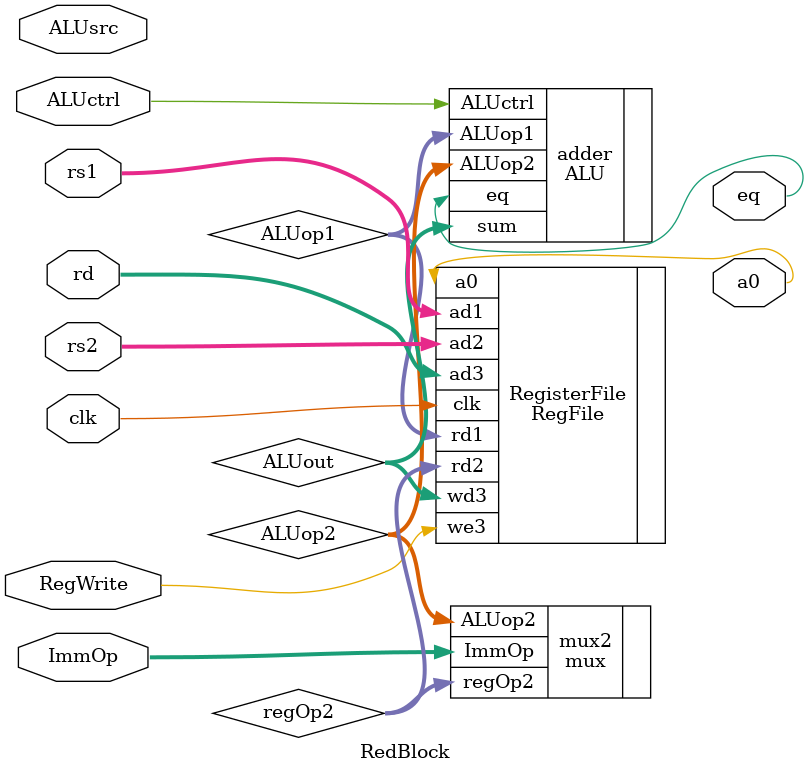
<source format=sv>
module RedBlock #(
    parameter   ADDRESS_WIDTH = 32,
                DATA_WIDTH = 32
)(
    input logic     [ADDRESS_WIDTH-1:0] rs1,
    input logic     [ADDRESS_WIDTH-1:0] rs2,
    input logic     [ADDRESS_WIDTH-1:0] rd,
    input logic                         RegWrite,
    input logic                         clk,
    input logic        [DATA_WIDTH-1:0] ImmOp,
    input logic                   [2:0] ALUsrc,
    input logic                         ALUctrl,
    output logic                        a0,
    output logic                        eq                    
);
    logic [DATA_WIDTH-1:0] ALUop1;
    logic [DATA_WIDTH-1:0] ALUop2;
    logic [DATA_WIDTH-1:0] regOp2;
    logic [DATA_WIDTH-1:0] ALUout;

    RegFile RegisterFile (
        .clk (clk),
        .ad1 (rs1),
        .ad2 (rs2),
        .ad3 (rd),
        .we3 (RegWrite),
        .wd3 (ALUout),
        .rd1 (ALUop1),
        .rd2 (regOp2),
        .a0 (a0)
    );

    mux mux2 (
        .regOp2 (regOp2),
        .ImmOp (ImmOp),
        .ALUop2 (ALUop2)
    );

    ALU adder (
        .ALUop1 (ALUop1),
        .ALUop2 (ALUop2),
        .sum (ALUout),
        .eq (eq),
        .ALUctrl (ALUctrl)
    );

endmodule

</source>
